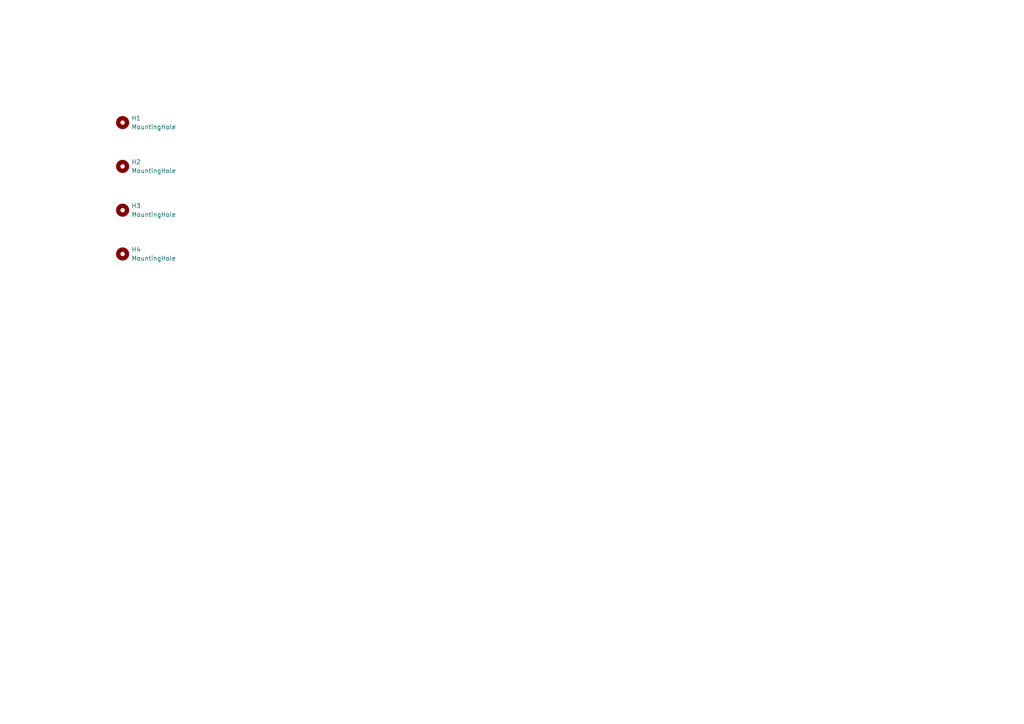
<source format=kicad_sch>
(kicad_sch (version 20211123) (generator eeschema)
  (paper "A4")
  (lib_symbols
    (symbol "Mechanical:MountingHole" (pin_names (offset 1.016))
      (property "Reference" "H" (at 0 5.08 0))
      (property "Value" "MountingHole" (at 0 3.175 0))
      (symbol "MountingHole_0_1"
        (circle (center 0 0) (radius 1.27) (stroke (width 1.27)))
      )
    )
  )
  (symbol (lib_id "Mechanical:MountingHole") (at 35.56 60.96 0) (unit 1)
    (property "Reference" "H3" (at 38.1 59.6899 0) (effects (justify left)))
    (property "Value" "MountingHole" (at 38.1 62.2299 0) (effects (justify left)))
    (property "Footprint" "MountingHole:MountingHole_2.5mm" (effects hide))
  )
  (symbol (lib_id "Mechanical:MountingHole") (at 35.56 35.56 0) (unit 1)
    (property "Reference" "H1" (at 38.1 34.2899 0) (effects (justify left)))
    (property "Value" "MountingHole" (at 38.1 36.8299 0) (effects (justify left)))
    (property "Footprint" "MountingHole:MountingHole_2.5mm" (effects hide))
  )
  (symbol (lib_id "Mechanical:MountingHole") (at 35.56 73.66 0) (unit 1)
    (property "Reference" "H4" (at 38.1 72.3899 0) (effects (justify left)))
    (property "Value" "MountingHole" (at 38.1 74.9299 0) (effects (justify left)))
    (property "Footprint" "MountingHole:MountingHole_2.5mm" (effects hide))
  )
  (symbol (lib_id "Mechanical:MountingHole") (at 35.56 48.26 0) (unit 1)
    (property "Reference" "H2" (at 38.1 46.9899 0) (effects (justify left)))
    (property "Value" "MountingHole" (at 38.1 49.5299 0) (effects (justify left)))
    (property "Footprint" "MountingHole:MountingHole_2.5mm" (effects hide))
  )
)
</source>
